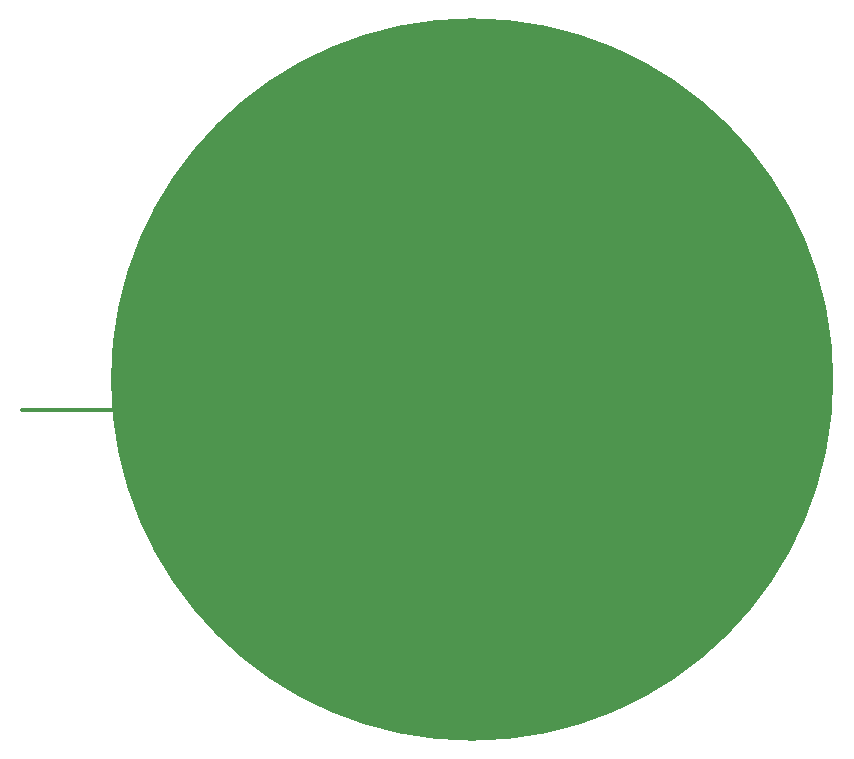
<source format=gbr>
%TF.GenerationSoftware,KiCad,Pcbnew,(7.0.0)*%
%TF.CreationDate,2023-02-17T15:10:25-06:00*%
%TF.ProjectId,GEM,47454d2e-6b69-4636-9164-5f7063625858,rev?*%
%TF.SameCoordinates,Original*%
%TF.FileFunction,Copper,L1,Top*%
%TF.FilePolarity,Positive*%
%FSLAX46Y46*%
G04 Gerber Fmt 4.6, Leading zero omitted, Abs format (unit mm)*
G04 Created by KiCad (PCBNEW (7.0.0)) date 2023-02-17 15:10:25*
%MOMM*%
%LPD*%
G01*
G04 APERTURE LIST*
%TA.AperFunction,NonConductor*%
%ADD10C,30.600000*%
%TD*%
%TA.AperFunction,NonConductor*%
%ADD11C,0.300000*%
%TD*%
G04 APERTURE END LIST*
D10*
X142300000Y-101600000D02*
G75*
G03*
X142300000Y-101600000I-15300000J0D01*
G01*
D11*
X88900000Y-104140000D02*
X96500000Y-104140000D01*
M02*

</source>
